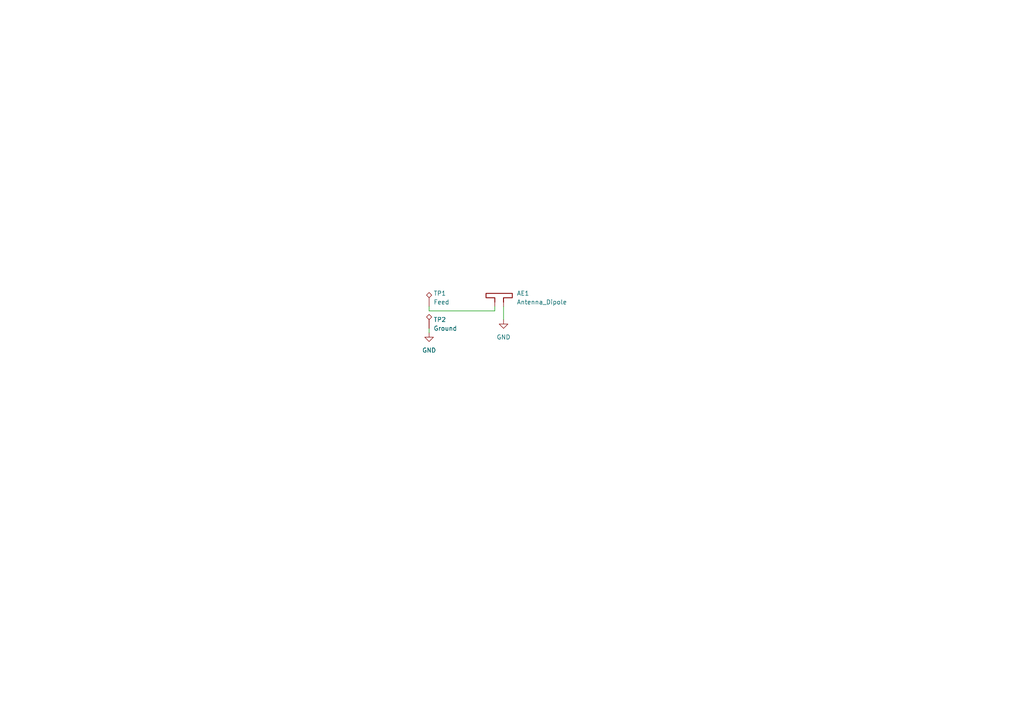
<source format=kicad_sch>
(kicad_sch (version 20211123) (generator eeschema)
  (paper "A4")
  (lib_symbols
    (symbol "Connector:TestPoint_Alt" (pin_numbers hide) (pin_names (offset 0.762) hide)
      (property "Reference" "TP" (at 0 6.858 0))
      (property "Value" "TestPoint_Alt" (at 0 5.08 0))
      (symbol "TestPoint_Alt_0_1"
        (polyline (pts (xy 0 2.54) (xy -0.762 3.302) (xy 0 4.064) (xy 0.762 3.302) (xy 0 2.54)))
      )
      (symbol "TestPoint_Alt_1_1"
        (pin passive line (at 0 0 90) (length 2.54) (name "1") (number "1"))
      )
    )
    (symbol "Device:Antenna_Dipole" (pin_numbers hide) (pin_names (offset 1.016) hide)
      (property "Reference" "AE" (at 1.27 1.27 0))
      (property "Value" "Antenna_Dipole" (at 1.27 0 0))
      (symbol "Antenna_Dipole_0_1"
        (polyline (pts (xy 2.54 -3.81) (xy 2.54 -2.54) (xy 5.08 -2.54) (xy 5.08 -1.27) (xy -2.54 -1.27) (xy -2.54 -2.54) (xy 0 -2.54) (xy 0 -3.81)) (stroke (width 0.254)))
      )
      (symbol "Antenna_Dipole_1_1"
        (pin input line (at 0 -5.08 90) (length 2.54) (name "~") (number "1"))
        (pin input line (at 2.54 -5.08 90) (length 2.54) (name "~") (number "2"))
      )
    )
    (symbol "power:GND" (power) (pin_names (offset 0))
      (property "Value" "GND" (at 0 -3.81 0))
      (symbol "GND_0_1"
        (polyline (pts (xy 0 0) (xy 0 -1.27) (xy 1.27 -1.27) (xy 0 -2.54) (xy -1.27 -1.27) (xy 0 -1.27)))
      )
      (symbol "GND_1_1"
        (pin power_in line (at 0 0 270) (length 0) hide (name "GND") (number "1"))
      )
    )
  )
  (wire (pts (xy 124.46 95.25) (xy 124.46 96.52)))
  (wire (pts (xy 143.51 88.9) (xy 143.51 90.17)))
  (wire (pts (xy 143.51 90.17) (xy 124.46 90.17)))
  (wire (pts (xy 124.46 88.9) (xy 124.46 90.17)))
  (wire (pts (xy 146.05 88.9) (xy 146.05 92.71)))
  (symbol (lib_id "Device:Antenna_Dipole") (at 143.51 83.82 0) (unit 1)
    (property "Reference" "AE1" (at 149.86 85.0899 0) (effects (justify left)))
    (property "Value" "Antenna_Dipole" (at 149.86 87.6299 0) (effects (justify left)))
    (property "Footprint" "Small2_4GHz_PCB_Antenna:Small2_4GHz_PCB_Antenna" (effects hide))
  )
  (symbol (lib_id "power:GND") (at 146.05 92.71 0) (unit 1)
    (property "Reference" "#PWR02" (effects hide))
    (property "Value" "GND" (at 146.05 97.79 0))
  )
  (symbol (lib_id "Connector:TestPoint_Alt") (at 124.46 95.25 0) (unit 1)
    (property "Reference" "TP2" (at 125.73 92.71 0) (effects (justify left)))
    (property "Value" "Ground" (at 125.73 95.25 0) (effects (justify left)))
    (property "Footprint" "TestPoint:TestPoint_Pad_D1.0mm" (effects hide))
  )
  (symbol (lib_id "Connector:TestPoint_Alt") (at 124.46 88.9 0) (unit 1)
    (property "Reference" "TP1" (at 125.73 85.09 0) (effects (justify left)))
    (property "Value" "Feed" (at 125.73 87.63 0) (effects (justify left)))
    (property "Footprint" "TestPoint:TestPoint_Pad_D1.0mm" (effects hide))
  )
  (symbol (lib_id "power:GND") (at 124.46 96.52 0) (unit 1)
    (property "Reference" "#PWR01" (effects hide))
    (property "Value" "GND" (at 124.46 101.6 0))
  )
)
</source>
